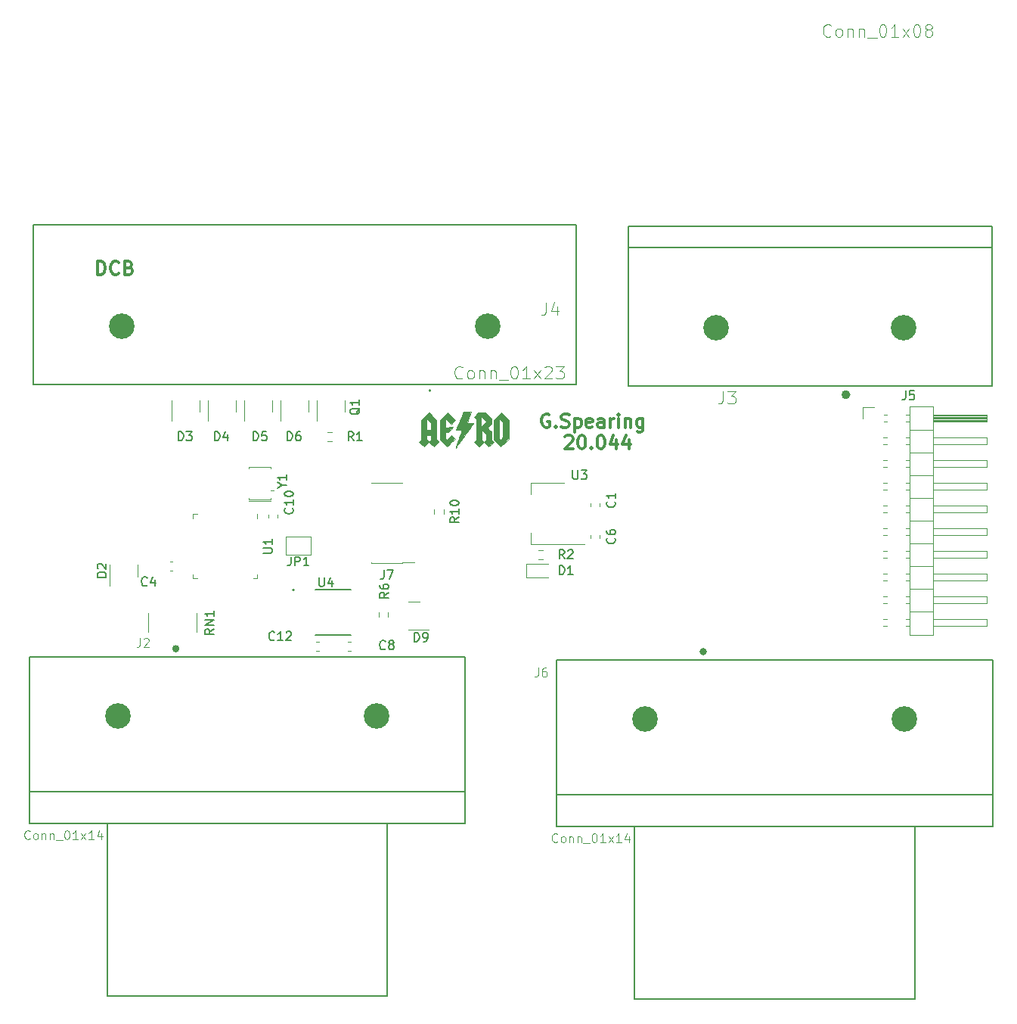
<source format=gbr>
%TF.GenerationSoftware,KiCad,Pcbnew,(6.0.1)*%
%TF.CreationDate,2022-02-14T11:56:50-05:00*%
%TF.ProjectId,driver-control-board,64726976-6572-42d6-936f-6e74726f6c2d,rev?*%
%TF.SameCoordinates,Original*%
%TF.FileFunction,Legend,Top*%
%TF.FilePolarity,Positive*%
%FSLAX46Y46*%
G04 Gerber Fmt 4.6, Leading zero omitted, Abs format (unit mm)*
G04 Created by KiCad (PCBNEW (6.0.1)) date 2022-02-14 11:56:50*
%MOMM*%
%LPD*%
G01*
G04 APERTURE LIST*
%ADD10C,0.300000*%
%ADD11C,0.050000*%
%ADD12C,0.150000*%
%ADD13C,0.127000*%
%ADD14C,0.200000*%
%ADD15C,0.120000*%
%ADD16C,0.500000*%
%ADD17C,0.400000*%
%ADD18C,0.010000*%
%ADD19C,2.850000*%
G04 APERTURE END LIST*
D10*
X65163142Y-79164571D02*
X65163142Y-77664571D01*
X65520285Y-77664571D01*
X65734571Y-77736000D01*
X65877428Y-77878857D01*
X65948857Y-78021714D01*
X66020285Y-78307428D01*
X66020285Y-78521714D01*
X65948857Y-78807428D01*
X65877428Y-78950285D01*
X65734571Y-79093142D01*
X65520285Y-79164571D01*
X65163142Y-79164571D01*
X67520285Y-79021714D02*
X67448857Y-79093142D01*
X67234571Y-79164571D01*
X67091714Y-79164571D01*
X66877428Y-79093142D01*
X66734571Y-78950285D01*
X66663142Y-78807428D01*
X66591714Y-78521714D01*
X66591714Y-78307428D01*
X66663142Y-78021714D01*
X66734571Y-77878857D01*
X66877428Y-77736000D01*
X67091714Y-77664571D01*
X67234571Y-77664571D01*
X67448857Y-77736000D01*
X67520285Y-77807428D01*
X68663142Y-78378857D02*
X68877428Y-78450285D01*
X68948857Y-78521714D01*
X69020285Y-78664571D01*
X69020285Y-78878857D01*
X68948857Y-79021714D01*
X68877428Y-79093142D01*
X68734571Y-79164571D01*
X68163142Y-79164571D01*
X68163142Y-77664571D01*
X68663142Y-77664571D01*
X68806000Y-77736000D01*
X68877428Y-77807428D01*
X68948857Y-77950285D01*
X68948857Y-78093142D01*
X68877428Y-78236000D01*
X68806000Y-78307428D01*
X68663142Y-78378857D01*
X68163142Y-78378857D01*
X115729428Y-94816500D02*
X115586571Y-94745071D01*
X115372285Y-94745071D01*
X115158000Y-94816500D01*
X115015142Y-94959357D01*
X114943714Y-95102214D01*
X114872285Y-95387928D01*
X114872285Y-95602214D01*
X114943714Y-95887928D01*
X115015142Y-96030785D01*
X115158000Y-96173642D01*
X115372285Y-96245071D01*
X115515142Y-96245071D01*
X115729428Y-96173642D01*
X115800857Y-96102214D01*
X115800857Y-95602214D01*
X115515142Y-95602214D01*
X116443714Y-96102214D02*
X116515142Y-96173642D01*
X116443714Y-96245071D01*
X116372285Y-96173642D01*
X116443714Y-96102214D01*
X116443714Y-96245071D01*
X117086571Y-96173642D02*
X117300857Y-96245071D01*
X117658000Y-96245071D01*
X117800857Y-96173642D01*
X117872285Y-96102214D01*
X117943714Y-95959357D01*
X117943714Y-95816500D01*
X117872285Y-95673642D01*
X117800857Y-95602214D01*
X117658000Y-95530785D01*
X117372285Y-95459357D01*
X117229428Y-95387928D01*
X117158000Y-95316500D01*
X117086571Y-95173642D01*
X117086571Y-95030785D01*
X117158000Y-94887928D01*
X117229428Y-94816500D01*
X117372285Y-94745071D01*
X117729428Y-94745071D01*
X117943714Y-94816500D01*
X118586571Y-95245071D02*
X118586571Y-96745071D01*
X118586571Y-95316500D02*
X118729428Y-95245071D01*
X119015142Y-95245071D01*
X119158000Y-95316500D01*
X119229428Y-95387928D01*
X119300857Y-95530785D01*
X119300857Y-95959357D01*
X119229428Y-96102214D01*
X119158000Y-96173642D01*
X119015142Y-96245071D01*
X118729428Y-96245071D01*
X118586571Y-96173642D01*
X120515142Y-96173642D02*
X120372285Y-96245071D01*
X120086571Y-96245071D01*
X119943714Y-96173642D01*
X119872285Y-96030785D01*
X119872285Y-95459357D01*
X119943714Y-95316500D01*
X120086571Y-95245071D01*
X120372285Y-95245071D01*
X120515142Y-95316500D01*
X120586571Y-95459357D01*
X120586571Y-95602214D01*
X119872285Y-95745071D01*
X121872285Y-96245071D02*
X121872285Y-95459357D01*
X121800857Y-95316500D01*
X121658000Y-95245071D01*
X121372285Y-95245071D01*
X121229428Y-95316500D01*
X121872285Y-96173642D02*
X121729428Y-96245071D01*
X121372285Y-96245071D01*
X121229428Y-96173642D01*
X121158000Y-96030785D01*
X121158000Y-95887928D01*
X121229428Y-95745071D01*
X121372285Y-95673642D01*
X121729428Y-95673642D01*
X121872285Y-95602214D01*
X122586571Y-96245071D02*
X122586571Y-95245071D01*
X122586571Y-95530785D02*
X122658000Y-95387928D01*
X122729428Y-95316500D01*
X122872285Y-95245071D01*
X123015142Y-95245071D01*
X123515142Y-96245071D02*
X123515142Y-95245071D01*
X123515142Y-94745071D02*
X123443714Y-94816500D01*
X123515142Y-94887928D01*
X123586571Y-94816500D01*
X123515142Y-94745071D01*
X123515142Y-94887928D01*
X124229428Y-95245071D02*
X124229428Y-96245071D01*
X124229428Y-95387928D02*
X124300857Y-95316500D01*
X124443714Y-95245071D01*
X124658000Y-95245071D01*
X124800857Y-95316500D01*
X124872285Y-95459357D01*
X124872285Y-96245071D01*
X126229428Y-95245071D02*
X126229428Y-96459357D01*
X126158000Y-96602214D01*
X126086571Y-96673642D01*
X125943714Y-96745071D01*
X125729428Y-96745071D01*
X125586571Y-96673642D01*
X126229428Y-96173642D02*
X126086571Y-96245071D01*
X125800857Y-96245071D01*
X125658000Y-96173642D01*
X125586571Y-96102214D01*
X125515142Y-95959357D01*
X125515142Y-95530785D01*
X125586571Y-95387928D01*
X125658000Y-95316500D01*
X125800857Y-95245071D01*
X126086571Y-95245071D01*
X126229428Y-95316500D01*
X117515142Y-97302928D02*
X117586571Y-97231500D01*
X117729428Y-97160071D01*
X118086571Y-97160071D01*
X118229428Y-97231500D01*
X118300857Y-97302928D01*
X118372285Y-97445785D01*
X118372285Y-97588642D01*
X118300857Y-97802928D01*
X117443714Y-98660071D01*
X118372285Y-98660071D01*
X119300857Y-97160071D02*
X119443714Y-97160071D01*
X119586571Y-97231500D01*
X119658000Y-97302928D01*
X119729428Y-97445785D01*
X119800857Y-97731500D01*
X119800857Y-98088642D01*
X119729428Y-98374357D01*
X119658000Y-98517214D01*
X119586571Y-98588642D01*
X119443714Y-98660071D01*
X119300857Y-98660071D01*
X119158000Y-98588642D01*
X119086571Y-98517214D01*
X119015142Y-98374357D01*
X118943714Y-98088642D01*
X118943714Y-97731500D01*
X119015142Y-97445785D01*
X119086571Y-97302928D01*
X119158000Y-97231500D01*
X119300857Y-97160071D01*
X120443714Y-98517214D02*
X120515142Y-98588642D01*
X120443714Y-98660071D01*
X120372285Y-98588642D01*
X120443714Y-98517214D01*
X120443714Y-98660071D01*
X121443714Y-97160071D02*
X121586571Y-97160071D01*
X121729428Y-97231500D01*
X121800857Y-97302928D01*
X121872285Y-97445785D01*
X121943714Y-97731500D01*
X121943714Y-98088642D01*
X121872285Y-98374357D01*
X121800857Y-98517214D01*
X121729428Y-98588642D01*
X121586571Y-98660071D01*
X121443714Y-98660071D01*
X121300857Y-98588642D01*
X121229428Y-98517214D01*
X121158000Y-98374357D01*
X121086571Y-98088642D01*
X121086571Y-97731500D01*
X121158000Y-97445785D01*
X121229428Y-97302928D01*
X121300857Y-97231500D01*
X121443714Y-97160071D01*
X123229428Y-97660071D02*
X123229428Y-98660071D01*
X122872285Y-97088642D02*
X122515142Y-98160071D01*
X123443714Y-98160071D01*
X124658000Y-97660071D02*
X124658000Y-98660071D01*
X124300857Y-97088642D02*
X123943714Y-98160071D01*
X124872285Y-98160071D01*
D11*
%TO.C,J4*%
X115356933Y-82290676D02*
X115356933Y-83291533D01*
X115290209Y-83491704D01*
X115156761Y-83625152D01*
X114956590Y-83691876D01*
X114823142Y-83691876D01*
X116624685Y-82757742D02*
X116624685Y-83691876D01*
X116291066Y-82223952D02*
X115957447Y-83224809D01*
X116824857Y-83224809D01*
X106010405Y-90670789D02*
X105943633Y-90737561D01*
X105743317Y-90804333D01*
X105609774Y-90804333D01*
X105409458Y-90737561D01*
X105275914Y-90604017D01*
X105209142Y-90470473D01*
X105142370Y-90203385D01*
X105142370Y-90003070D01*
X105209142Y-89735982D01*
X105275914Y-89602438D01*
X105409458Y-89468895D01*
X105609774Y-89402123D01*
X105743317Y-89402123D01*
X105943633Y-89468895D01*
X106010405Y-89535666D01*
X106811668Y-90804333D02*
X106678124Y-90737561D01*
X106611352Y-90670789D01*
X106544580Y-90537245D01*
X106544580Y-90136614D01*
X106611352Y-90003070D01*
X106678124Y-89936298D01*
X106811668Y-89869526D01*
X107011984Y-89869526D01*
X107145527Y-89936298D01*
X107212299Y-90003070D01*
X107279071Y-90136614D01*
X107279071Y-90537245D01*
X107212299Y-90670789D01*
X107145527Y-90737561D01*
X107011984Y-90804333D01*
X106811668Y-90804333D01*
X107880018Y-89869526D02*
X107880018Y-90804333D01*
X107880018Y-90003070D02*
X107946790Y-89936298D01*
X108080334Y-89869526D01*
X108280650Y-89869526D01*
X108414194Y-89936298D01*
X108480965Y-90069842D01*
X108480965Y-90804333D01*
X109148685Y-89869526D02*
X109148685Y-90804333D01*
X109148685Y-90003070D02*
X109215456Y-89936298D01*
X109349000Y-89869526D01*
X109549316Y-89869526D01*
X109682860Y-89936298D01*
X109749632Y-90069842D01*
X109749632Y-90804333D01*
X110083491Y-90937876D02*
X111151842Y-90937876D01*
X111752789Y-89402123D02*
X111886333Y-89402123D01*
X112019876Y-89468895D01*
X112086648Y-89535666D01*
X112153420Y-89669210D01*
X112220192Y-89936298D01*
X112220192Y-90270157D01*
X112153420Y-90537245D01*
X112086648Y-90670789D01*
X112019876Y-90737561D01*
X111886333Y-90804333D01*
X111752789Y-90804333D01*
X111619245Y-90737561D01*
X111552473Y-90670789D01*
X111485701Y-90537245D01*
X111418929Y-90270157D01*
X111418929Y-89936298D01*
X111485701Y-89669210D01*
X111552473Y-89535666D01*
X111619245Y-89468895D01*
X111752789Y-89402123D01*
X113555630Y-90804333D02*
X112754367Y-90804333D01*
X113154999Y-90804333D02*
X113154999Y-89402123D01*
X113021455Y-89602438D01*
X112887911Y-89735982D01*
X112754367Y-89802754D01*
X114023034Y-90804333D02*
X114757525Y-89869526D01*
X114023034Y-89869526D02*
X114757525Y-90804333D01*
X115224928Y-89535666D02*
X115291700Y-89468895D01*
X115425244Y-89402123D01*
X115759103Y-89402123D01*
X115892647Y-89468895D01*
X115959419Y-89535666D01*
X116026191Y-89669210D01*
X116026191Y-89802754D01*
X115959419Y-90003070D01*
X115158156Y-90804333D01*
X116026191Y-90804333D01*
X116493594Y-89402123D02*
X117361629Y-89402123D01*
X116894225Y-89936298D01*
X117094541Y-89936298D01*
X117228085Y-90003070D01*
X117294857Y-90069842D01*
X117361629Y-90203385D01*
X117361629Y-90537245D01*
X117294857Y-90670789D01*
X117228085Y-90737561D01*
X117094541Y-90804333D01*
X116693910Y-90804333D01*
X116560366Y-90737561D01*
X116493594Y-90670789D01*
D12*
%TO.C,C12*%
X84955142Y-119991142D02*
X84907523Y-120038761D01*
X84764666Y-120086380D01*
X84669428Y-120086380D01*
X84526571Y-120038761D01*
X84431333Y-119943523D01*
X84383714Y-119848285D01*
X84336095Y-119657809D01*
X84336095Y-119514952D01*
X84383714Y-119324476D01*
X84431333Y-119229238D01*
X84526571Y-119134000D01*
X84669428Y-119086380D01*
X84764666Y-119086380D01*
X84907523Y-119134000D01*
X84955142Y-119181619D01*
X85907523Y-120086380D02*
X85336095Y-120086380D01*
X85621809Y-120086380D02*
X85621809Y-119086380D01*
X85526571Y-119229238D01*
X85431333Y-119324476D01*
X85336095Y-119372095D01*
X86288476Y-119181619D02*
X86336095Y-119134000D01*
X86431333Y-119086380D01*
X86669428Y-119086380D01*
X86764666Y-119134000D01*
X86812285Y-119181619D01*
X86859904Y-119276857D01*
X86859904Y-119372095D01*
X86812285Y-119514952D01*
X86240857Y-120086380D01*
X86859904Y-120086380D01*
%TO.C,R6*%
X97734380Y-114720666D02*
X97258190Y-115054000D01*
X97734380Y-115292095D02*
X96734380Y-115292095D01*
X96734380Y-114911142D01*
X96782000Y-114815904D01*
X96829619Y-114768285D01*
X96924857Y-114720666D01*
X97067714Y-114720666D01*
X97162952Y-114768285D01*
X97210571Y-114815904D01*
X97258190Y-114911142D01*
X97258190Y-115292095D01*
X96734380Y-113863523D02*
X96734380Y-114054000D01*
X96782000Y-114149238D01*
X96829619Y-114196857D01*
X96972476Y-114292095D01*
X97162952Y-114339714D01*
X97543904Y-114339714D01*
X97639142Y-114292095D01*
X97686761Y-114244476D01*
X97734380Y-114149238D01*
X97734380Y-113958761D01*
X97686761Y-113863523D01*
X97639142Y-113815904D01*
X97543904Y-113768285D01*
X97305809Y-113768285D01*
X97210571Y-113815904D01*
X97162952Y-113863523D01*
X97115333Y-113958761D01*
X97115333Y-114149238D01*
X97162952Y-114244476D01*
X97210571Y-114292095D01*
X97305809Y-114339714D01*
%TO.C,R1*%
X93813333Y-97734380D02*
X93480000Y-97258190D01*
X93241904Y-97734380D02*
X93241904Y-96734380D01*
X93622857Y-96734380D01*
X93718095Y-96782000D01*
X93765714Y-96829619D01*
X93813333Y-96924857D01*
X93813333Y-97067714D01*
X93765714Y-97162952D01*
X93718095Y-97210571D01*
X93622857Y-97258190D01*
X93241904Y-97258190D01*
X94765714Y-97734380D02*
X94194285Y-97734380D01*
X94480000Y-97734380D02*
X94480000Y-96734380D01*
X94384761Y-96877238D01*
X94289523Y-96972476D01*
X94194285Y-97020095D01*
%TO.C,C8*%
X97369333Y-121007142D02*
X97321714Y-121054761D01*
X97178857Y-121102380D01*
X97083619Y-121102380D01*
X96940761Y-121054761D01*
X96845523Y-120959523D01*
X96797904Y-120864285D01*
X96750285Y-120673809D01*
X96750285Y-120530952D01*
X96797904Y-120340476D01*
X96845523Y-120245238D01*
X96940761Y-120150000D01*
X97083619Y-120102380D01*
X97178857Y-120102380D01*
X97321714Y-120150000D01*
X97369333Y-120197619D01*
X97940761Y-120530952D02*
X97845523Y-120483333D01*
X97797904Y-120435714D01*
X97750285Y-120340476D01*
X97750285Y-120292857D01*
X97797904Y-120197619D01*
X97845523Y-120150000D01*
X97940761Y-120102380D01*
X98131238Y-120102380D01*
X98226476Y-120150000D01*
X98274095Y-120197619D01*
X98321714Y-120292857D01*
X98321714Y-120340476D01*
X98274095Y-120435714D01*
X98226476Y-120483333D01*
X98131238Y-120530952D01*
X97940761Y-120530952D01*
X97845523Y-120578571D01*
X97797904Y-120626190D01*
X97750285Y-120721428D01*
X97750285Y-120911904D01*
X97797904Y-121007142D01*
X97845523Y-121054761D01*
X97940761Y-121102380D01*
X98131238Y-121102380D01*
X98226476Y-121054761D01*
X98274095Y-121007142D01*
X98321714Y-120911904D01*
X98321714Y-120721428D01*
X98274095Y-120626190D01*
X98226476Y-120578571D01*
X98131238Y-120530952D01*
D11*
%TO.C,J3*%
X135169063Y-92196889D02*
X135169063Y-93197468D01*
X135102358Y-93397584D01*
X134968947Y-93530994D01*
X134768831Y-93597699D01*
X134635421Y-93597699D01*
X135702705Y-92196889D02*
X136569873Y-92196889D01*
X136102936Y-92730531D01*
X136303052Y-92730531D01*
X136436462Y-92797236D01*
X136503168Y-92863942D01*
X136569873Y-92997352D01*
X136569873Y-93330878D01*
X136503168Y-93464289D01*
X136436462Y-93530994D01*
X136303052Y-93597699D01*
X135902820Y-93597699D01*
X135769410Y-93530994D01*
X135702705Y-93464289D01*
X147273489Y-52424535D02*
X147206711Y-52491313D01*
X147006377Y-52558091D01*
X146872820Y-52558091D01*
X146672486Y-52491313D01*
X146538930Y-52357757D01*
X146472152Y-52224201D01*
X146405374Y-51957089D01*
X146405374Y-51756754D01*
X146472152Y-51489642D01*
X146538930Y-51356086D01*
X146672486Y-51222530D01*
X146872820Y-51155751D01*
X147006377Y-51155751D01*
X147206711Y-51222530D01*
X147273489Y-51289308D01*
X148074826Y-52558091D02*
X147941270Y-52491313D01*
X147874492Y-52424535D01*
X147807714Y-52290979D01*
X147807714Y-51890310D01*
X147874492Y-51756754D01*
X147941270Y-51689976D01*
X148074826Y-51623198D01*
X148275160Y-51623198D01*
X148408717Y-51689976D01*
X148475495Y-51756754D01*
X148542273Y-51890310D01*
X148542273Y-52290979D01*
X148475495Y-52424535D01*
X148408717Y-52491313D01*
X148275160Y-52558091D01*
X148074826Y-52558091D01*
X149143276Y-51623198D02*
X149143276Y-52558091D01*
X149143276Y-51756754D02*
X149210054Y-51689976D01*
X149343610Y-51623198D01*
X149543944Y-51623198D01*
X149677500Y-51689976D01*
X149744279Y-51823532D01*
X149744279Y-52558091D01*
X150412060Y-51623198D02*
X150412060Y-52558091D01*
X150412060Y-51756754D02*
X150478838Y-51689976D01*
X150612394Y-51623198D01*
X150812728Y-51623198D01*
X150946284Y-51689976D01*
X151013062Y-51823532D01*
X151013062Y-52558091D01*
X151346953Y-52691648D02*
X152415402Y-52691648D01*
X153016405Y-51155751D02*
X153149961Y-51155751D01*
X153283518Y-51222530D01*
X153350296Y-51289308D01*
X153417074Y-51422864D01*
X153483852Y-51689976D01*
X153483852Y-52023867D01*
X153417074Y-52290979D01*
X153350296Y-52424535D01*
X153283518Y-52491313D01*
X153149961Y-52558091D01*
X153016405Y-52558091D01*
X152882849Y-52491313D01*
X152816071Y-52424535D01*
X152749293Y-52290979D01*
X152682515Y-52023867D01*
X152682515Y-51689976D01*
X152749293Y-51422864D01*
X152816071Y-51289308D01*
X152882849Y-51222530D01*
X153016405Y-51155751D01*
X154819414Y-52558091D02*
X154018077Y-52558091D01*
X154418745Y-52558091D02*
X154418745Y-51155751D01*
X154285189Y-51356086D01*
X154151633Y-51489642D01*
X154018077Y-51556420D01*
X155286860Y-52558091D02*
X156021420Y-51623198D01*
X155286860Y-51623198D02*
X156021420Y-52558091D01*
X156822757Y-51155751D02*
X156956313Y-51155751D01*
X157089869Y-51222530D01*
X157156647Y-51289308D01*
X157223425Y-51422864D01*
X157290203Y-51689976D01*
X157290203Y-52023867D01*
X157223425Y-52290979D01*
X157156647Y-52424535D01*
X157089869Y-52491313D01*
X156956313Y-52558091D01*
X156822757Y-52558091D01*
X156689200Y-52491313D01*
X156622422Y-52424535D01*
X156555644Y-52290979D01*
X156488866Y-52023867D01*
X156488866Y-51689976D01*
X156555644Y-51422864D01*
X156622422Y-51289308D01*
X156689200Y-51222530D01*
X156822757Y-51155751D01*
X158091540Y-51756754D02*
X157957984Y-51689976D01*
X157891206Y-51623198D01*
X157824428Y-51489642D01*
X157824428Y-51422864D01*
X157891206Y-51289308D01*
X157957984Y-51222530D01*
X158091540Y-51155751D01*
X158358653Y-51155751D01*
X158492209Y-51222530D01*
X158558987Y-51289308D01*
X158625765Y-51422864D01*
X158625765Y-51489642D01*
X158558987Y-51623198D01*
X158492209Y-51689976D01*
X158358653Y-51756754D01*
X158091540Y-51756754D01*
X157957984Y-51823532D01*
X157891206Y-51890310D01*
X157824428Y-52023867D01*
X157824428Y-52290979D01*
X157891206Y-52424535D01*
X157957984Y-52491313D01*
X158091540Y-52558091D01*
X158358653Y-52558091D01*
X158492209Y-52491313D01*
X158558987Y-52424535D01*
X158625765Y-52290979D01*
X158625765Y-52023867D01*
X158558987Y-51890310D01*
X158492209Y-51823532D01*
X158358653Y-51756754D01*
D12*
%TO.C,U1*%
X83711580Y-110320604D02*
X84521104Y-110320604D01*
X84616342Y-110272985D01*
X84663961Y-110225366D01*
X84711580Y-110130128D01*
X84711580Y-109939652D01*
X84663961Y-109844414D01*
X84616342Y-109796795D01*
X84521104Y-109749176D01*
X83711580Y-109749176D01*
X84711580Y-108749176D02*
X84711580Y-109320604D01*
X84711580Y-109034890D02*
X83711580Y-109034890D01*
X83854438Y-109130128D01*
X83949676Y-109225366D01*
X83997295Y-109320604D01*
%TO.C,U4*%
X89957095Y-113061980D02*
X89957095Y-113871504D01*
X90004714Y-113966742D01*
X90052333Y-114014361D01*
X90147571Y-114061980D01*
X90338047Y-114061980D01*
X90433285Y-114014361D01*
X90480904Y-113966742D01*
X90528523Y-113871504D01*
X90528523Y-113061980D01*
X91433285Y-113395314D02*
X91433285Y-114061980D01*
X91195190Y-113014361D02*
X90957095Y-113728647D01*
X91576142Y-113728647D01*
%TO.C,C1*%
X123039142Y-104560666D02*
X123086761Y-104608285D01*
X123134380Y-104751142D01*
X123134380Y-104846380D01*
X123086761Y-104989238D01*
X122991523Y-105084476D01*
X122896285Y-105132095D01*
X122705809Y-105179714D01*
X122562952Y-105179714D01*
X122372476Y-105132095D01*
X122277238Y-105084476D01*
X122182000Y-104989238D01*
X122134380Y-104846380D01*
X122134380Y-104751142D01*
X122182000Y-104608285D01*
X122229619Y-104560666D01*
X123134380Y-103608285D02*
X123134380Y-104179714D01*
X123134380Y-103894000D02*
X122134380Y-103894000D01*
X122277238Y-103989238D01*
X122372476Y-104084476D01*
X122420095Y-104179714D01*
%TO.C,RN1*%
X78176380Y-118800476D02*
X77700190Y-119133809D01*
X78176380Y-119371904D02*
X77176380Y-119371904D01*
X77176380Y-118990952D01*
X77224000Y-118895714D01*
X77271619Y-118848095D01*
X77366857Y-118800476D01*
X77509714Y-118800476D01*
X77604952Y-118848095D01*
X77652571Y-118895714D01*
X77700190Y-118990952D01*
X77700190Y-119371904D01*
X78176380Y-118371904D02*
X77176380Y-118371904D01*
X78176380Y-117800476D01*
X77176380Y-117800476D01*
X78176380Y-116800476D02*
X78176380Y-117371904D01*
X78176380Y-117086190D02*
X77176380Y-117086190D01*
X77319238Y-117181428D01*
X77414476Y-117276666D01*
X77462095Y-117371904D01*
%TO.C,Q1*%
X94527619Y-94075238D02*
X94480000Y-94170476D01*
X94384761Y-94265714D01*
X94241904Y-94408571D01*
X94194285Y-94503809D01*
X94194285Y-94599047D01*
X94432380Y-94551428D02*
X94384761Y-94646666D01*
X94289523Y-94741904D01*
X94099047Y-94789523D01*
X93765714Y-94789523D01*
X93575238Y-94741904D01*
X93480000Y-94646666D01*
X93432380Y-94551428D01*
X93432380Y-94360952D01*
X93480000Y-94265714D01*
X93575238Y-94170476D01*
X93765714Y-94122857D01*
X94099047Y-94122857D01*
X94289523Y-94170476D01*
X94384761Y-94265714D01*
X94432380Y-94360952D01*
X94432380Y-94551428D01*
X94432380Y-93170476D02*
X94432380Y-93741904D01*
X94432380Y-93456190D02*
X93432380Y-93456190D01*
X93575238Y-93551428D01*
X93670476Y-93646666D01*
X93718095Y-93741904D01*
D11*
%TO.C,J6*%
X114474020Y-123149318D02*
X114474020Y-123864990D01*
X114426308Y-124008124D01*
X114330885Y-124103547D01*
X114187751Y-124151258D01*
X114092328Y-124151258D01*
X115380537Y-123149318D02*
X115189691Y-123149318D01*
X115094268Y-123197030D01*
X115046557Y-123244741D01*
X114951134Y-123387875D01*
X114903422Y-123578721D01*
X114903422Y-123960412D01*
X114951134Y-124055835D01*
X114998845Y-124103547D01*
X115094268Y-124151258D01*
X115285114Y-124151258D01*
X115380537Y-124103547D01*
X115428248Y-124055835D01*
X115475960Y-123960412D01*
X115475960Y-123721855D01*
X115428248Y-123626432D01*
X115380537Y-123578721D01*
X115285114Y-123531010D01*
X115094268Y-123531010D01*
X114998845Y-123578721D01*
X114951134Y-123626432D01*
X114903422Y-123721855D01*
X116643311Y-142583542D02*
X116595665Y-142631188D01*
X116452728Y-142678834D01*
X116357437Y-142678834D01*
X116214500Y-142631188D01*
X116119208Y-142535897D01*
X116071562Y-142440605D01*
X116023917Y-142250022D01*
X116023917Y-142107085D01*
X116071562Y-141916502D01*
X116119208Y-141821211D01*
X116214500Y-141725920D01*
X116357437Y-141678274D01*
X116452728Y-141678274D01*
X116595665Y-141725920D01*
X116643311Y-141773565D01*
X117215060Y-142678834D02*
X117119768Y-142631188D01*
X117072122Y-142583542D01*
X117024477Y-142488251D01*
X117024477Y-142202377D01*
X117072122Y-142107085D01*
X117119768Y-142059440D01*
X117215060Y-142011794D01*
X117357997Y-142011794D01*
X117453288Y-142059440D01*
X117500934Y-142107085D01*
X117548580Y-142202377D01*
X117548580Y-142488251D01*
X117500934Y-142583542D01*
X117453288Y-142631188D01*
X117357997Y-142678834D01*
X117215060Y-142678834D01*
X117977391Y-142011794D02*
X117977391Y-142678834D01*
X117977391Y-142107085D02*
X118025037Y-142059440D01*
X118120328Y-142011794D01*
X118263265Y-142011794D01*
X118358557Y-142059440D01*
X118406202Y-142154731D01*
X118406202Y-142678834D01*
X118882660Y-142011794D02*
X118882660Y-142678834D01*
X118882660Y-142107085D02*
X118930305Y-142059440D01*
X119025597Y-142011794D01*
X119168534Y-142011794D01*
X119263825Y-142059440D01*
X119311471Y-142154731D01*
X119311471Y-142678834D01*
X119549700Y-142774125D02*
X120312031Y-142774125D01*
X120740842Y-141678274D02*
X120836134Y-141678274D01*
X120931425Y-141725920D01*
X120979071Y-141773565D01*
X121026717Y-141868857D01*
X121074362Y-142059440D01*
X121074362Y-142297668D01*
X121026717Y-142488251D01*
X120979071Y-142583542D01*
X120931425Y-142631188D01*
X120836134Y-142678834D01*
X120740842Y-142678834D01*
X120645551Y-142631188D01*
X120597905Y-142583542D01*
X120550260Y-142488251D01*
X120502614Y-142297668D01*
X120502614Y-142059440D01*
X120550260Y-141868857D01*
X120597905Y-141773565D01*
X120645551Y-141725920D01*
X120740842Y-141678274D01*
X122027277Y-142678834D02*
X121455528Y-142678834D01*
X121741402Y-142678834D02*
X121741402Y-141678274D01*
X121646111Y-141821211D01*
X121550820Y-141916502D01*
X121455528Y-141964148D01*
X122360797Y-142678834D02*
X122884900Y-142011794D01*
X122360797Y-142011794D02*
X122884900Y-142678834D01*
X123790168Y-142678834D02*
X123218420Y-142678834D01*
X123504294Y-142678834D02*
X123504294Y-141678274D01*
X123409002Y-141821211D01*
X123313711Y-141916502D01*
X123218420Y-141964148D01*
X124647791Y-142011794D02*
X124647791Y-142678834D01*
X124409562Y-141630628D02*
X124171334Y-142345314D01*
X124790728Y-142345314D01*
D12*
%TO.C,C6*%
X123039142Y-108624666D02*
X123086761Y-108672285D01*
X123134380Y-108815142D01*
X123134380Y-108910380D01*
X123086761Y-109053238D01*
X122991523Y-109148476D01*
X122896285Y-109196095D01*
X122705809Y-109243714D01*
X122562952Y-109243714D01*
X122372476Y-109196095D01*
X122277238Y-109148476D01*
X122182000Y-109053238D01*
X122134380Y-108910380D01*
X122134380Y-108815142D01*
X122182000Y-108672285D01*
X122229619Y-108624666D01*
X122134380Y-107767523D02*
X122134380Y-107958000D01*
X122182000Y-108053238D01*
X122229619Y-108100857D01*
X122372476Y-108196095D01*
X122562952Y-108243714D01*
X122943904Y-108243714D01*
X123039142Y-108196095D01*
X123086761Y-108148476D01*
X123134380Y-108053238D01*
X123134380Y-107862761D01*
X123086761Y-107767523D01*
X123039142Y-107719904D01*
X122943904Y-107672285D01*
X122705809Y-107672285D01*
X122610571Y-107719904D01*
X122562952Y-107767523D01*
X122515333Y-107862761D01*
X122515333Y-108053238D01*
X122562952Y-108148476D01*
X122610571Y-108196095D01*
X122705809Y-108243714D01*
%TO.C,JP1*%
X86796666Y-110726380D02*
X86796666Y-111440666D01*
X86749047Y-111583523D01*
X86653809Y-111678761D01*
X86510952Y-111726380D01*
X86415714Y-111726380D01*
X87272857Y-111726380D02*
X87272857Y-110726380D01*
X87653809Y-110726380D01*
X87749047Y-110774000D01*
X87796666Y-110821619D01*
X87844285Y-110916857D01*
X87844285Y-111059714D01*
X87796666Y-111154952D01*
X87749047Y-111202571D01*
X87653809Y-111250190D01*
X87272857Y-111250190D01*
X88796666Y-111726380D02*
X88225238Y-111726380D01*
X88510952Y-111726380D02*
X88510952Y-110726380D01*
X88415714Y-110869238D01*
X88320476Y-110964476D01*
X88225238Y-111012095D01*
%TO.C,R2*%
X117435333Y-110942380D02*
X117102000Y-110466190D01*
X116863904Y-110942380D02*
X116863904Y-109942380D01*
X117244857Y-109942380D01*
X117340095Y-109990000D01*
X117387714Y-110037619D01*
X117435333Y-110132857D01*
X117435333Y-110275714D01*
X117387714Y-110370952D01*
X117340095Y-110418571D01*
X117244857Y-110466190D01*
X116863904Y-110466190D01*
X117816285Y-110037619D02*
X117863904Y-109990000D01*
X117959142Y-109942380D01*
X118197238Y-109942380D01*
X118292476Y-109990000D01*
X118340095Y-110037619D01*
X118387714Y-110132857D01*
X118387714Y-110228095D01*
X118340095Y-110370952D01*
X117768666Y-110942380D01*
X118387714Y-110942380D01*
%TO.C,C4*%
X70699333Y-113895142D02*
X70651714Y-113942761D01*
X70508857Y-113990380D01*
X70413619Y-113990380D01*
X70270761Y-113942761D01*
X70175523Y-113847523D01*
X70127904Y-113752285D01*
X70080285Y-113561809D01*
X70080285Y-113418952D01*
X70127904Y-113228476D01*
X70175523Y-113133238D01*
X70270761Y-113038000D01*
X70413619Y-112990380D01*
X70508857Y-112990380D01*
X70651714Y-113038000D01*
X70699333Y-113085619D01*
X71556476Y-113323714D02*
X71556476Y-113990380D01*
X71318380Y-112942761D02*
X71080285Y-113657047D01*
X71699333Y-113657047D01*
D11*
%TO.C,J2*%
X69897020Y-119847318D02*
X69897020Y-120562990D01*
X69849308Y-120706124D01*
X69753885Y-120801547D01*
X69610751Y-120849258D01*
X69515328Y-120849258D01*
X70326422Y-119942741D02*
X70374134Y-119895030D01*
X70469557Y-119847318D01*
X70708114Y-119847318D01*
X70803537Y-119895030D01*
X70851248Y-119942741D01*
X70898960Y-120038164D01*
X70898960Y-120133587D01*
X70851248Y-120276721D01*
X70278711Y-120849258D01*
X70898960Y-120849258D01*
X57588311Y-142246042D02*
X57540665Y-142293688D01*
X57397728Y-142341334D01*
X57302437Y-142341334D01*
X57159500Y-142293688D01*
X57064208Y-142198397D01*
X57016562Y-142103105D01*
X56968917Y-141912522D01*
X56968917Y-141769585D01*
X57016562Y-141579002D01*
X57064208Y-141483711D01*
X57159500Y-141388420D01*
X57302437Y-141340774D01*
X57397728Y-141340774D01*
X57540665Y-141388420D01*
X57588311Y-141436065D01*
X58160060Y-142341334D02*
X58064768Y-142293688D01*
X58017122Y-142246042D01*
X57969477Y-142150751D01*
X57969477Y-141864877D01*
X58017122Y-141769585D01*
X58064768Y-141721940D01*
X58160060Y-141674294D01*
X58302997Y-141674294D01*
X58398288Y-141721940D01*
X58445934Y-141769585D01*
X58493580Y-141864877D01*
X58493580Y-142150751D01*
X58445934Y-142246042D01*
X58398288Y-142293688D01*
X58302997Y-142341334D01*
X58160060Y-142341334D01*
X58922391Y-141674294D02*
X58922391Y-142341334D01*
X58922391Y-141769585D02*
X58970037Y-141721940D01*
X59065328Y-141674294D01*
X59208265Y-141674294D01*
X59303557Y-141721940D01*
X59351202Y-141817231D01*
X59351202Y-142341334D01*
X59827660Y-141674294D02*
X59827660Y-142341334D01*
X59827660Y-141769585D02*
X59875305Y-141721940D01*
X59970597Y-141674294D01*
X60113534Y-141674294D01*
X60208825Y-141721940D01*
X60256471Y-141817231D01*
X60256471Y-142341334D01*
X60494700Y-142436625D02*
X61257031Y-142436625D01*
X61685842Y-141340774D02*
X61781134Y-141340774D01*
X61876425Y-141388420D01*
X61924071Y-141436065D01*
X61971717Y-141531357D01*
X62019362Y-141721940D01*
X62019362Y-141960168D01*
X61971717Y-142150751D01*
X61924071Y-142246042D01*
X61876425Y-142293688D01*
X61781134Y-142341334D01*
X61685842Y-142341334D01*
X61590551Y-142293688D01*
X61542905Y-142246042D01*
X61495260Y-142150751D01*
X61447614Y-141960168D01*
X61447614Y-141721940D01*
X61495260Y-141531357D01*
X61542905Y-141436065D01*
X61590551Y-141388420D01*
X61685842Y-141340774D01*
X62972277Y-142341334D02*
X62400528Y-142341334D01*
X62686402Y-142341334D02*
X62686402Y-141340774D01*
X62591111Y-141483711D01*
X62495820Y-141579002D01*
X62400528Y-141626648D01*
X63305797Y-142341334D02*
X63829900Y-141674294D01*
X63305797Y-141674294D02*
X63829900Y-142341334D01*
X64735168Y-142341334D02*
X64163420Y-142341334D01*
X64449294Y-142341334D02*
X64449294Y-141340774D01*
X64354002Y-141483711D01*
X64258711Y-141579002D01*
X64163420Y-141626648D01*
X65592791Y-141674294D02*
X65592791Y-142341334D01*
X65354562Y-141293128D02*
X65116334Y-142007814D01*
X65735728Y-142007814D01*
D12*
%TO.C,U3*%
X118364095Y-101052380D02*
X118364095Y-101861904D01*
X118411714Y-101957142D01*
X118459333Y-102004761D01*
X118554571Y-102052380D01*
X118745047Y-102052380D01*
X118840285Y-102004761D01*
X118887904Y-101957142D01*
X118935523Y-101861904D01*
X118935523Y-101052380D01*
X119316476Y-101052380D02*
X119935523Y-101052380D01*
X119602190Y-101433333D01*
X119745047Y-101433333D01*
X119840285Y-101480952D01*
X119887904Y-101528571D01*
X119935523Y-101623809D01*
X119935523Y-101861904D01*
X119887904Y-101957142D01*
X119840285Y-102004761D01*
X119745047Y-102052380D01*
X119459333Y-102052380D01*
X119364095Y-102004761D01*
X119316476Y-101957142D01*
%TO.C,J5*%
X155622666Y-92162380D02*
X155622666Y-92876666D01*
X155575047Y-93019523D01*
X155479809Y-93114761D01*
X155336952Y-93162380D01*
X155241714Y-93162380D01*
X156575047Y-92162380D02*
X156098857Y-92162380D01*
X156051238Y-92638571D01*
X156098857Y-92590952D01*
X156194095Y-92543333D01*
X156432190Y-92543333D01*
X156527428Y-92590952D01*
X156575047Y-92638571D01*
X156622666Y-92733809D01*
X156622666Y-92971904D01*
X156575047Y-93067142D01*
X156527428Y-93114761D01*
X156432190Y-93162380D01*
X156194095Y-93162380D01*
X156098857Y-93114761D01*
X156051238Y-93067142D01*
%TO.C,D1*%
X116863904Y-112720380D02*
X116863904Y-111720380D01*
X117102000Y-111720380D01*
X117244857Y-111768000D01*
X117340095Y-111863238D01*
X117387714Y-111958476D01*
X117435333Y-112148952D01*
X117435333Y-112291809D01*
X117387714Y-112482285D01*
X117340095Y-112577523D01*
X117244857Y-112672761D01*
X117102000Y-112720380D01*
X116863904Y-112720380D01*
X118387714Y-112720380D02*
X117816285Y-112720380D01*
X118102000Y-112720380D02*
X118102000Y-111720380D01*
X118006761Y-111863238D01*
X117911523Y-111958476D01*
X117816285Y-112006095D01*
%TO.C,D6*%
X86383904Y-97734380D02*
X86383904Y-96734380D01*
X86622000Y-96734380D01*
X86764857Y-96782000D01*
X86860095Y-96877238D01*
X86907714Y-96972476D01*
X86955333Y-97162952D01*
X86955333Y-97305809D01*
X86907714Y-97496285D01*
X86860095Y-97591523D01*
X86764857Y-97686761D01*
X86622000Y-97734380D01*
X86383904Y-97734380D01*
X87812476Y-96734380D02*
X87622000Y-96734380D01*
X87526761Y-96782000D01*
X87479142Y-96829619D01*
X87383904Y-96972476D01*
X87336285Y-97162952D01*
X87336285Y-97543904D01*
X87383904Y-97639142D01*
X87431523Y-97686761D01*
X87526761Y-97734380D01*
X87717238Y-97734380D01*
X87812476Y-97686761D01*
X87860095Y-97639142D01*
X87907714Y-97543904D01*
X87907714Y-97305809D01*
X87860095Y-97210571D01*
X87812476Y-97162952D01*
X87717238Y-97115333D01*
X87526761Y-97115333D01*
X87431523Y-97162952D01*
X87383904Y-97210571D01*
X87336285Y-97305809D01*
%TO.C,D4*%
X78255904Y-97734380D02*
X78255904Y-96734380D01*
X78494000Y-96734380D01*
X78636857Y-96782000D01*
X78732095Y-96877238D01*
X78779714Y-96972476D01*
X78827333Y-97162952D01*
X78827333Y-97305809D01*
X78779714Y-97496285D01*
X78732095Y-97591523D01*
X78636857Y-97686761D01*
X78494000Y-97734380D01*
X78255904Y-97734380D01*
X79684476Y-97067714D02*
X79684476Y-97734380D01*
X79446380Y-96686761D02*
X79208285Y-97401047D01*
X79827333Y-97401047D01*
%TO.C,D9*%
X100607904Y-120200380D02*
X100607904Y-119200380D01*
X100846000Y-119200380D01*
X100988857Y-119248000D01*
X101084095Y-119343238D01*
X101131714Y-119438476D01*
X101179333Y-119628952D01*
X101179333Y-119771809D01*
X101131714Y-119962285D01*
X101084095Y-120057523D01*
X100988857Y-120152761D01*
X100846000Y-120200380D01*
X100607904Y-120200380D01*
X101655523Y-120200380D02*
X101846000Y-120200380D01*
X101941238Y-120152761D01*
X101988857Y-120105142D01*
X102084095Y-119962285D01*
X102131714Y-119771809D01*
X102131714Y-119390857D01*
X102084095Y-119295619D01*
X102036476Y-119248000D01*
X101941238Y-119200380D01*
X101750761Y-119200380D01*
X101655523Y-119248000D01*
X101607904Y-119295619D01*
X101560285Y-119390857D01*
X101560285Y-119628952D01*
X101607904Y-119724190D01*
X101655523Y-119771809D01*
X101750761Y-119819428D01*
X101941238Y-119819428D01*
X102036476Y-119771809D01*
X102084095Y-119724190D01*
X102131714Y-119628952D01*
%TO.C,C10*%
X86971142Y-105290857D02*
X87018761Y-105338476D01*
X87066380Y-105481333D01*
X87066380Y-105576571D01*
X87018761Y-105719428D01*
X86923523Y-105814666D01*
X86828285Y-105862285D01*
X86637809Y-105909904D01*
X86494952Y-105909904D01*
X86304476Y-105862285D01*
X86209238Y-105814666D01*
X86114000Y-105719428D01*
X86066380Y-105576571D01*
X86066380Y-105481333D01*
X86114000Y-105338476D01*
X86161619Y-105290857D01*
X87066380Y-104338476D02*
X87066380Y-104909904D01*
X87066380Y-104624190D02*
X86066380Y-104624190D01*
X86209238Y-104719428D01*
X86304476Y-104814666D01*
X86352095Y-104909904D01*
X86066380Y-103719428D02*
X86066380Y-103624190D01*
X86114000Y-103528952D01*
X86161619Y-103481333D01*
X86256857Y-103433714D01*
X86447333Y-103386095D01*
X86685428Y-103386095D01*
X86875904Y-103433714D01*
X86971142Y-103481333D01*
X87018761Y-103528952D01*
X87066380Y-103624190D01*
X87066380Y-103719428D01*
X87018761Y-103814666D01*
X86971142Y-103862285D01*
X86875904Y-103909904D01*
X86685428Y-103957523D01*
X86447333Y-103957523D01*
X86256857Y-103909904D01*
X86161619Y-103862285D01*
X86114000Y-103814666D01*
X86066380Y-103719428D01*
%TO.C,J7*%
X97202666Y-112228380D02*
X97202666Y-112942666D01*
X97155047Y-113085523D01*
X97059809Y-113180761D01*
X96916952Y-113228380D01*
X96821714Y-113228380D01*
X97583619Y-112228380D02*
X98250285Y-112228380D01*
X97821714Y-113228380D01*
%TO.C,D2*%
X66124380Y-113006095D02*
X65124380Y-113006095D01*
X65124380Y-112768000D01*
X65172000Y-112625142D01*
X65267238Y-112529904D01*
X65362476Y-112482285D01*
X65552952Y-112434666D01*
X65695809Y-112434666D01*
X65886285Y-112482285D01*
X65981523Y-112529904D01*
X66076761Y-112625142D01*
X66124380Y-112768000D01*
X66124380Y-113006095D01*
X65219619Y-112053714D02*
X65172000Y-112006095D01*
X65124380Y-111910857D01*
X65124380Y-111672761D01*
X65172000Y-111577523D01*
X65219619Y-111529904D01*
X65314857Y-111482285D01*
X65410095Y-111482285D01*
X65552952Y-111529904D01*
X66124380Y-112101333D01*
X66124380Y-111482285D01*
%TO.C,D5*%
X82573904Y-97734380D02*
X82573904Y-96734380D01*
X82812000Y-96734380D01*
X82954857Y-96782000D01*
X83050095Y-96877238D01*
X83097714Y-96972476D01*
X83145333Y-97162952D01*
X83145333Y-97305809D01*
X83097714Y-97496285D01*
X83050095Y-97591523D01*
X82954857Y-97686761D01*
X82812000Y-97734380D01*
X82573904Y-97734380D01*
X84050095Y-96734380D02*
X83573904Y-96734380D01*
X83526285Y-97210571D01*
X83573904Y-97162952D01*
X83669142Y-97115333D01*
X83907238Y-97115333D01*
X84002476Y-97162952D01*
X84050095Y-97210571D01*
X84097714Y-97305809D01*
X84097714Y-97543904D01*
X84050095Y-97639142D01*
X84002476Y-97686761D01*
X83907238Y-97734380D01*
X83669142Y-97734380D01*
X83573904Y-97686761D01*
X83526285Y-97639142D01*
%TO.C,Y1*%
X85828190Y-102736590D02*
X86304380Y-102736590D01*
X85304380Y-103069923D02*
X85828190Y-102736590D01*
X85304380Y-102403257D01*
X86304380Y-101546114D02*
X86304380Y-102117542D01*
X86304380Y-101831828D02*
X85304380Y-101831828D01*
X85447238Y-101927066D01*
X85542476Y-102022304D01*
X85590095Y-102117542D01*
%TO.C,D3*%
X74191904Y-97734380D02*
X74191904Y-96734380D01*
X74430000Y-96734380D01*
X74572857Y-96782000D01*
X74668095Y-96877238D01*
X74715714Y-96972476D01*
X74763333Y-97162952D01*
X74763333Y-97305809D01*
X74715714Y-97496285D01*
X74668095Y-97591523D01*
X74572857Y-97686761D01*
X74430000Y-97734380D01*
X74191904Y-97734380D01*
X75096666Y-96734380D02*
X75715714Y-96734380D01*
X75382380Y-97115333D01*
X75525238Y-97115333D01*
X75620476Y-97162952D01*
X75668095Y-97210571D01*
X75715714Y-97305809D01*
X75715714Y-97543904D01*
X75668095Y-97639142D01*
X75620476Y-97686761D01*
X75525238Y-97734380D01*
X75239523Y-97734380D01*
X75144285Y-97686761D01*
X75096666Y-97639142D01*
%TO.C,R10*%
X105608380Y-106306857D02*
X105132190Y-106640190D01*
X105608380Y-106878285D02*
X104608380Y-106878285D01*
X104608380Y-106497333D01*
X104656000Y-106402095D01*
X104703619Y-106354476D01*
X104798857Y-106306857D01*
X104941714Y-106306857D01*
X105036952Y-106354476D01*
X105084571Y-106402095D01*
X105132190Y-106497333D01*
X105132190Y-106878285D01*
X105608380Y-105354476D02*
X105608380Y-105925904D01*
X105608380Y-105640190D02*
X104608380Y-105640190D01*
X104751238Y-105735428D01*
X104846476Y-105830666D01*
X104894095Y-105925904D01*
X104608380Y-104735428D02*
X104608380Y-104640190D01*
X104656000Y-104544952D01*
X104703619Y-104497333D01*
X104798857Y-104449714D01*
X104989333Y-104402095D01*
X105227428Y-104402095D01*
X105417904Y-104449714D01*
X105513142Y-104497333D01*
X105560761Y-104544952D01*
X105608380Y-104640190D01*
X105608380Y-104735428D01*
X105560761Y-104830666D01*
X105513142Y-104878285D01*
X105417904Y-104925904D01*
X105227428Y-104973523D01*
X104989333Y-104973523D01*
X104798857Y-104925904D01*
X104703619Y-104878285D01*
X104656000Y-104830666D01*
X104608380Y-104735428D01*
D13*
%TO.C,J4*%
X57962000Y-73608000D02*
X118762000Y-73608000D01*
X57962000Y-73608000D02*
X57962000Y-91458000D01*
X57962000Y-91458000D02*
X118762000Y-91458000D01*
X118762000Y-91458000D02*
X118762000Y-73608000D01*
D14*
X102462000Y-92108000D02*
G75*
G03*
X102462000Y-92108000I-100000J0D01*
G01*
D15*
%TO.C,C12*%
X89935267Y-121287000D02*
X89642733Y-121287000D01*
X89935267Y-120267000D02*
X89642733Y-120267000D01*
%TO.C,R6*%
X96632500Y-116966276D02*
X96632500Y-117475724D01*
X97677500Y-116966276D02*
X97677500Y-117475724D01*
%TO.C,R1*%
X90931276Y-97804500D02*
X91440724Y-97804500D01*
X90931276Y-96759500D02*
X91440724Y-96759500D01*
%TO.C,C8*%
X93198733Y-120267000D02*
X93491267Y-120267000D01*
X93198733Y-121287000D02*
X93491267Y-121287000D01*
D13*
%TO.C,J3*%
X124548000Y-73790000D02*
X133248000Y-73790000D01*
X133248000Y-73790000D02*
X165348000Y-73790000D01*
X165348000Y-91640000D02*
X124548000Y-91640000D01*
X124548000Y-76090000D02*
X165348000Y-76090000D01*
X165348000Y-76090000D02*
X165348000Y-91640000D01*
X124548000Y-76090000D02*
X124548000Y-73790000D01*
X124548000Y-91640000D02*
X124548000Y-76090000D01*
X165348000Y-73790000D02*
X165348000Y-76090000D01*
D16*
X149198000Y-92590000D02*
G75*
G03*
X149198000Y-92590000I-250000J0D01*
G01*
D15*
%TO.C,U1*%
X83049200Y-113168700D02*
X82574200Y-113168700D01*
X83049200Y-112693700D02*
X83049200Y-113168700D01*
X83049200Y-106423700D02*
X83049200Y-105948700D01*
X75829200Y-113168700D02*
X76304200Y-113168700D01*
X75829200Y-112693700D02*
X75829200Y-113168700D01*
X75829200Y-105948700D02*
X76304200Y-105948700D01*
X75829200Y-106423700D02*
X75829200Y-105948700D01*
D13*
%TO.C,U4*%
X89514000Y-114421600D02*
X93514000Y-114421600D01*
X89514000Y-119461600D02*
X93514000Y-119461600D01*
D14*
X87169000Y-114446600D02*
G75*
G03*
X87169000Y-114446600I-100000J0D01*
G01*
D15*
%TO.C,C1*%
X120394000Y-104755733D02*
X120394000Y-105048267D01*
X121414000Y-104755733D02*
X121414000Y-105048267D01*
%TO.C,RN1*%
X76203000Y-119160000D02*
X76203000Y-117060000D01*
X70863000Y-119160000D02*
X70863000Y-117060000D01*
%TO.C,Q1*%
X92796800Y-93878400D02*
X92796800Y-94528400D01*
X89676800Y-93878400D02*
X89676800Y-95553400D01*
X89676800Y-93878400D02*
X89676800Y-93228400D01*
X92796800Y-93878400D02*
X92796800Y-93228400D01*
D13*
%TO.C,J6*%
X116570000Y-140903500D02*
X116570000Y-137353500D01*
X165370000Y-137353500D02*
X165370000Y-140903500D01*
X116570000Y-137353500D02*
X165370000Y-137353500D01*
X116570000Y-140903500D02*
X125270000Y-140903500D01*
X125270000Y-140903500D02*
X125270000Y-160203500D01*
X116570000Y-122303500D02*
X116570000Y-137353500D01*
X125270000Y-140903500D02*
X156670000Y-140903500D01*
X125270000Y-160203500D02*
X156670000Y-160203500D01*
X165370000Y-137353500D02*
X165370000Y-122303500D01*
X116570000Y-122303500D02*
X165370000Y-122303500D01*
X156670000Y-160203500D02*
X156670000Y-140903500D01*
X156670000Y-140903500D02*
X165370000Y-140903500D01*
D17*
X133170000Y-121353500D02*
G75*
G03*
X133170000Y-121353500I-200000J0D01*
G01*
D15*
%TO.C,C6*%
X121414000Y-108311733D02*
X121414000Y-108604267D01*
X120394000Y-108311733D02*
X120394000Y-108604267D01*
%TO.C,JP1*%
X89030000Y-108474000D02*
X89030000Y-110474000D01*
X89030000Y-110474000D02*
X86230000Y-110474000D01*
X86230000Y-108474000D02*
X89030000Y-108474000D01*
X86230000Y-110474000D02*
X86230000Y-108474000D01*
%TO.C,R2*%
X115062724Y-111012500D02*
X114553276Y-111012500D01*
X115062724Y-109967500D02*
X114553276Y-109967500D01*
%TO.C,C4*%
X73552267Y-111250000D02*
X73259733Y-111250000D01*
X73552267Y-112270000D02*
X73259733Y-112270000D01*
D13*
%TO.C,J2*%
X57515000Y-140566000D02*
X57515000Y-137016000D01*
X97615000Y-140566000D02*
X106315000Y-140566000D01*
X66215000Y-140566000D02*
X97615000Y-140566000D01*
X106315000Y-137016000D02*
X106315000Y-140566000D01*
X57515000Y-121966000D02*
X106315000Y-121966000D01*
X106315000Y-137016000D02*
X106315000Y-121966000D01*
X66215000Y-159866000D02*
X97615000Y-159866000D01*
X66215000Y-140566000D02*
X66215000Y-159866000D01*
X97615000Y-159866000D02*
X97615000Y-140566000D01*
X57515000Y-140566000D02*
X66215000Y-140566000D01*
X57515000Y-137016000D02*
X106315000Y-137016000D01*
X57515000Y-121966000D02*
X57515000Y-137016000D01*
D17*
X74115000Y-121016000D02*
G75*
G03*
X74115000Y-121016000I-200000J0D01*
G01*
D15*
%TO.C,U3*%
X119670000Y-109285500D02*
X113660000Y-109285500D01*
X117420000Y-102465500D02*
X113660000Y-102465500D01*
X113660000Y-109285500D02*
X113660000Y-108025500D01*
X113660000Y-102465500D02*
X113660000Y-103725500D01*
%TO.C,J5*%
X155666929Y-118495000D02*
X156064000Y-118495000D01*
X153126929Y-110115000D02*
X153581071Y-110115000D01*
X155666929Y-103255000D02*
X156064000Y-103255000D01*
X156064000Y-106685000D02*
X158724000Y-106685000D01*
X156064000Y-101605000D02*
X158724000Y-101605000D01*
X153126929Y-105035000D02*
X153581071Y-105035000D01*
X158724000Y-94935000D02*
X164724000Y-94935000D01*
X164724000Y-105035000D02*
X164724000Y-105795000D01*
X164724000Y-115195000D02*
X164724000Y-115955000D01*
X153126929Y-117735000D02*
X153581071Y-117735000D01*
X155666929Y-99955000D02*
X156064000Y-99955000D01*
X156064000Y-109225000D02*
X158724000Y-109225000D01*
X155666929Y-95635000D02*
X156064000Y-95635000D01*
X155666929Y-105795000D02*
X156064000Y-105795000D01*
X164724000Y-99955000D02*
X164724000Y-100715000D01*
X158724000Y-102495000D02*
X164724000Y-102495000D01*
X155666929Y-107575000D02*
X156064000Y-107575000D01*
X153126929Y-118495000D02*
X153581071Y-118495000D01*
X158724000Y-99955000D02*
X164724000Y-99955000D01*
X164724000Y-107575000D02*
X164724000Y-108335000D01*
X164724000Y-117735000D02*
X164724000Y-118495000D01*
X158724000Y-105035000D02*
X164724000Y-105035000D01*
X164724000Y-97415000D02*
X164724000Y-98175000D01*
X153126929Y-99955000D02*
X153581071Y-99955000D01*
X153126929Y-102495000D02*
X153581071Y-102495000D01*
X156064000Y-119445000D02*
X158724000Y-119445000D01*
X156064000Y-93925000D02*
X156064000Y-119445000D01*
X164724000Y-108335000D02*
X158724000Y-108335000D01*
X155666929Y-110115000D02*
X156064000Y-110115000D01*
X164724000Y-95635000D02*
X158724000Y-95635000D01*
X158724000Y-119445000D02*
X158724000Y-93925000D01*
X153126929Y-100715000D02*
X153581071Y-100715000D01*
X153126929Y-115195000D02*
X153581071Y-115195000D01*
X153126929Y-105795000D02*
X153581071Y-105795000D01*
X164724000Y-100715000D02*
X158724000Y-100715000D01*
X164724000Y-105795000D02*
X158724000Y-105795000D01*
X158724000Y-112655000D02*
X164724000Y-112655000D01*
X155666929Y-112655000D02*
X156064000Y-112655000D01*
X158724000Y-95055000D02*
X164724000Y-95055000D01*
X153126929Y-115955000D02*
X153581071Y-115955000D01*
X164724000Y-115955000D02*
X158724000Y-115955000D01*
X164724000Y-102495000D02*
X164724000Y-103255000D01*
X156064000Y-104145000D02*
X158724000Y-104145000D01*
X156064000Y-111765000D02*
X158724000Y-111765000D01*
X164724000Y-118495000D02*
X158724000Y-118495000D01*
X153194000Y-94875000D02*
X153581071Y-94875000D01*
X155666929Y-115195000D02*
X156064000Y-115195000D01*
X155666929Y-113415000D02*
X156064000Y-113415000D01*
X155666929Y-117735000D02*
X156064000Y-117735000D01*
X158724000Y-110115000D02*
X164724000Y-110115000D01*
X155666929Y-102495000D02*
X156064000Y-102495000D01*
X158724000Y-95415000D02*
X164724000Y-95415000D01*
X158724000Y-107575000D02*
X164724000Y-107575000D01*
X156064000Y-99065000D02*
X158724000Y-99065000D01*
X153126929Y-98175000D02*
X153581071Y-98175000D01*
X164724000Y-103255000D02*
X158724000Y-103255000D01*
X158724000Y-97415000D02*
X164724000Y-97415000D01*
X158724000Y-95295000D02*
X164724000Y-95295000D01*
X155666929Y-98175000D02*
X156064000Y-98175000D01*
X158724000Y-117735000D02*
X164724000Y-117735000D01*
X155666929Y-94875000D02*
X156064000Y-94875000D01*
X164724000Y-110875000D02*
X158724000Y-110875000D01*
X156064000Y-114305000D02*
X158724000Y-114305000D01*
X158724000Y-93925000D02*
X156064000Y-93925000D01*
X153126929Y-97415000D02*
X153581071Y-97415000D01*
X155666929Y-100715000D02*
X156064000Y-100715000D01*
X158724000Y-95535000D02*
X164724000Y-95535000D01*
X155666929Y-97415000D02*
X156064000Y-97415000D01*
X156064000Y-116845000D02*
X158724000Y-116845000D01*
X164724000Y-113415000D02*
X158724000Y-113415000D01*
X156064000Y-96525000D02*
X158724000Y-96525000D01*
X153126929Y-110875000D02*
X153581071Y-110875000D01*
X164724000Y-112655000D02*
X164724000Y-113415000D01*
X164724000Y-110115000D02*
X164724000Y-110875000D01*
X158724000Y-94875000D02*
X164724000Y-94875000D01*
X164724000Y-98175000D02*
X158724000Y-98175000D01*
X155666929Y-110875000D02*
X156064000Y-110875000D01*
X153126929Y-112655000D02*
X153581071Y-112655000D01*
X155666929Y-108335000D02*
X156064000Y-108335000D01*
X155666929Y-115955000D02*
X156064000Y-115955000D01*
X153126929Y-103255000D02*
X153581071Y-103255000D01*
X153126929Y-108335000D02*
X153581071Y-108335000D01*
X150814000Y-93985000D02*
X152084000Y-93985000D01*
X153126929Y-107575000D02*
X153581071Y-107575000D01*
X153194000Y-95635000D02*
X153581071Y-95635000D01*
X158724000Y-95175000D02*
X164724000Y-95175000D01*
X155666929Y-105035000D02*
X156064000Y-105035000D01*
X153126929Y-113415000D02*
X153581071Y-113415000D01*
X164724000Y-94875000D02*
X164724000Y-95635000D01*
X150814000Y-95255000D02*
X150814000Y-93985000D01*
X158724000Y-115195000D02*
X164724000Y-115195000D01*
%TO.C,D1*%
X113148000Y-111533000D02*
X113148000Y-113003000D01*
X113148000Y-113003000D02*
X115608000Y-113003000D01*
X115608000Y-111533000D02*
X113148000Y-111533000D01*
%TO.C,D6*%
X85612800Y-93878400D02*
X85612800Y-95553400D01*
X88732800Y-93878400D02*
X88732800Y-93228400D01*
X85612800Y-93878400D02*
X85612800Y-93228400D01*
X88732800Y-93878400D02*
X88732800Y-94528400D01*
%TO.C,D4*%
X77484800Y-93878400D02*
X77484800Y-93228400D01*
X77484800Y-93878400D02*
X77484800Y-95553400D01*
X80604800Y-93878400D02*
X80604800Y-93228400D01*
X80604800Y-93878400D02*
X80604800Y-94528400D01*
%TO.C,D9*%
X100584000Y-118908000D02*
X99934000Y-118908000D01*
X100584000Y-118908000D02*
X102259000Y-118908000D01*
X100584000Y-115788000D02*
X99934000Y-115788000D01*
X100584000Y-115788000D02*
X101234000Y-115788000D01*
%TO.C,C10*%
X85346000Y-106025733D02*
X85346000Y-106318267D01*
X84326000Y-106025733D02*
X84326000Y-106318267D01*
%TO.C,J7*%
X95771000Y-111439000D02*
X95771000Y-111374000D01*
X99301000Y-102494000D02*
X99301000Y-102429000D01*
X100626000Y-111374000D02*
X99301000Y-111374000D01*
X99301000Y-111439000D02*
X99301000Y-111374000D01*
X99301000Y-102429000D02*
X95771000Y-102429000D01*
X95771000Y-102494000D02*
X95771000Y-102429000D01*
X99301000Y-111439000D02*
X95771000Y-111439000D01*
%TO.C,D2*%
X66512000Y-112268000D02*
X66512000Y-113943000D01*
X66512000Y-112268000D02*
X66512000Y-111618000D01*
X69632000Y-112268000D02*
X69632000Y-112918000D01*
X69632000Y-112268000D02*
X69632000Y-111618000D01*
%TO.C,D5*%
X84668800Y-93878400D02*
X84668800Y-93228400D01*
X81548800Y-93878400D02*
X81548800Y-93228400D01*
X84668800Y-93878400D02*
X84668800Y-94528400D01*
X81548800Y-93878400D02*
X81548800Y-95553400D01*
%TO.C,Y1*%
X84512000Y-104314400D02*
X84512000Y-104164400D01*
X84112000Y-100714400D02*
X84512000Y-100714400D01*
X82112000Y-104514400D02*
X84112000Y-104514400D01*
X84112000Y-104314400D02*
X82112000Y-104314400D01*
X84512000Y-100714400D02*
X84512000Y-100864400D01*
X84112000Y-104514400D02*
X84512000Y-104514400D01*
X82112000Y-100714400D02*
X84112000Y-100714400D01*
X84512000Y-103264400D02*
X84912000Y-103264400D01*
X84112000Y-104314400D02*
X84512000Y-104314400D01*
X82112000Y-100714400D02*
X82112000Y-100864400D01*
X84512000Y-103264400D02*
X84512000Y-103314400D01*
X82112000Y-104314400D02*
X82112000Y-104164400D01*
D18*
%TO.C,G\u002A\u002A\u002A*%
X110762646Y-95016976D02*
X111182092Y-95435936D01*
X111182092Y-95435936D02*
X111182092Y-97534130D01*
X111182092Y-97534130D02*
X110307758Y-98407556D01*
X110307758Y-98407556D02*
X109917677Y-98016968D01*
X109917677Y-98016968D02*
X109527597Y-97626381D01*
X109527597Y-97626381D02*
X109527597Y-97438240D01*
X109527597Y-97438240D02*
X110110166Y-97438240D01*
X110110166Y-97438240D02*
X110184973Y-97515422D01*
X110184973Y-97515422D02*
X110259781Y-97592604D01*
X110259781Y-97592604D02*
X110418001Y-97435597D01*
X110418001Y-97435597D02*
X110576221Y-97278589D01*
X110576221Y-97278589D02*
X110576221Y-95715181D01*
X110576221Y-95715181D02*
X110343193Y-95483027D01*
X110343193Y-95483027D02*
X110110166Y-95250874D01*
X110110166Y-95250874D02*
X110110166Y-97438240D01*
X110110166Y-97438240D02*
X109527597Y-97438240D01*
X109527597Y-97438240D02*
X109527597Y-95412620D01*
X109527597Y-95412620D02*
X109935398Y-95005318D01*
X109935398Y-95005318D02*
X110343200Y-94598015D01*
X110343200Y-94598015D02*
X110762646Y-95016976D01*
X110762646Y-95016976D02*
X110762646Y-95016976D01*
G36*
X109935398Y-95005318D02*
G01*
X110343200Y-94598015D01*
X110762646Y-95016976D01*
X111182092Y-95435936D01*
X111182092Y-97534130D01*
X110307758Y-98407556D01*
X109917677Y-98016968D01*
X109527597Y-97626381D01*
X109527597Y-97438240D01*
X110110166Y-97438240D01*
X110184973Y-97515422D01*
X110259781Y-97592604D01*
X110418001Y-97435597D01*
X110576221Y-97278589D01*
X110576221Y-95715181D01*
X110343193Y-95483027D01*
X110110166Y-95250874D01*
X110110166Y-97438240D01*
X109527597Y-97438240D01*
X109527597Y-95412620D01*
X109935398Y-95005318D01*
G37*
X109935398Y-95005318D02*
X110343200Y-94598015D01*
X110762646Y-95016976D01*
X111182092Y-95435936D01*
X111182092Y-97534130D01*
X110307758Y-98407556D01*
X109917677Y-98016968D01*
X109527597Y-97626381D01*
X109527597Y-97438240D01*
X110110166Y-97438240D01*
X110184973Y-97515422D01*
X110259781Y-97592604D01*
X110418001Y-97435597D01*
X110576221Y-97278589D01*
X110576221Y-95715181D01*
X110343193Y-95483027D01*
X110110166Y-95250874D01*
X110110166Y-97438240D01*
X109527597Y-97438240D01*
X109527597Y-95412620D01*
X109935398Y-95005318D01*
X104755392Y-95045140D02*
X105180937Y-95471151D01*
X105180937Y-95471151D02*
X104960290Y-95692719D01*
X104960290Y-95692719D02*
X104739644Y-95914287D01*
X104739644Y-95914287D02*
X104098056Y-95273927D01*
X104098056Y-95273927D02*
X104098056Y-96242316D01*
X104098056Y-96242316D02*
X104982992Y-96228716D01*
X104982992Y-96228716D02*
X104698167Y-96514174D01*
X104698167Y-96514174D02*
X104413342Y-96799633D01*
X104413342Y-96799633D02*
X104098056Y-96799633D01*
X104098056Y-96799633D02*
X104098056Y-97473041D01*
X104098056Y-97473041D02*
X104181118Y-97536396D01*
X104181118Y-97536396D02*
X104264180Y-97599750D01*
X104264180Y-97599750D02*
X104739436Y-97126112D01*
X104739436Y-97126112D02*
X105159880Y-97546556D01*
X105159880Y-97546556D02*
X104727224Y-97977039D01*
X104727224Y-97977039D02*
X104610994Y-98092280D01*
X104610994Y-98092280D02*
X104505725Y-98195877D01*
X104505725Y-98195877D02*
X104415870Y-98283512D01*
X104415870Y-98283512D02*
X104345880Y-98350866D01*
X104345880Y-98350866D02*
X104300208Y-98393621D01*
X104300208Y-98393621D02*
X104283432Y-98407523D01*
X104283432Y-98407523D02*
X104264509Y-98391751D01*
X104264509Y-98391751D02*
X104217519Y-98347522D01*
X104217519Y-98347522D02*
X104147219Y-98279462D01*
X104147219Y-98279462D02*
X104058367Y-98192199D01*
X104058367Y-98192199D02*
X103955720Y-98090361D01*
X103955720Y-98090361D02*
X103893892Y-98028596D01*
X103893892Y-98028596D02*
X103515487Y-97649669D01*
X103515487Y-97649669D02*
X103515487Y-95438062D01*
X103515487Y-95438062D02*
X103922667Y-95028596D01*
X103922667Y-95028596D02*
X104329848Y-94619129D01*
X104329848Y-94619129D02*
X104755392Y-95045140D01*
X104755392Y-95045140D02*
X104755392Y-95045140D01*
G36*
X104755392Y-95045140D02*
G01*
X105180937Y-95471151D01*
X104960290Y-95692719D01*
X104739644Y-95914287D01*
X104098056Y-95273927D01*
X104098056Y-96242316D01*
X104982992Y-96228716D01*
X104698167Y-96514174D01*
X104413342Y-96799633D01*
X104098056Y-96799633D01*
X104098056Y-97473041D01*
X104181118Y-97536396D01*
X104264180Y-97599750D01*
X104739436Y-97126112D01*
X105159880Y-97546556D01*
X104727224Y-97977039D01*
X104610994Y-98092280D01*
X104505725Y-98195877D01*
X104415870Y-98283512D01*
X104345880Y-98350866D01*
X104300208Y-98393621D01*
X104283432Y-98407523D01*
X104264509Y-98391751D01*
X104217519Y-98347522D01*
X104147219Y-98279462D01*
X104058367Y-98192199D01*
X103955720Y-98090361D01*
X103893892Y-98028596D01*
X103515487Y-97649669D01*
X103515487Y-95438062D01*
X103922667Y-95028596D01*
X104329848Y-94619129D01*
X104755392Y-95045140D01*
G37*
X104755392Y-95045140D02*
X105180937Y-95471151D01*
X104960290Y-95692719D01*
X104739644Y-95914287D01*
X104098056Y-95273927D01*
X104098056Y-96242316D01*
X104982992Y-96228716D01*
X104698167Y-96514174D01*
X104413342Y-96799633D01*
X104098056Y-96799633D01*
X104098056Y-97473041D01*
X104181118Y-97536396D01*
X104264180Y-97599750D01*
X104739436Y-97126112D01*
X105159880Y-97546556D01*
X104727224Y-97977039D01*
X104610994Y-98092280D01*
X104505725Y-98195877D01*
X104415870Y-98283512D01*
X104345880Y-98350866D01*
X104300208Y-98393621D01*
X104283432Y-98407523D01*
X104264509Y-98391751D01*
X104217519Y-98347522D01*
X104147219Y-98279462D01*
X104058367Y-98192199D01*
X103955720Y-98090361D01*
X103893892Y-98028596D01*
X103515487Y-97649669D01*
X103515487Y-95438062D01*
X103922667Y-95028596D01*
X104329848Y-94619129D01*
X104755392Y-95045140D01*
X102694302Y-95011377D02*
X103096037Y-95413605D01*
X103096037Y-95413605D02*
X103096037Y-97625415D01*
X103096037Y-97625415D02*
X103217915Y-97748826D01*
X103217915Y-97748826D02*
X103339792Y-97872236D01*
X103339792Y-97872236D02*
X103072020Y-98140008D01*
X103072020Y-98140008D02*
X102804248Y-98407779D01*
X102804248Y-98407779D02*
X102269968Y-97871979D01*
X102269968Y-97871979D02*
X102513468Y-97625415D01*
X102513468Y-97625415D02*
X102513468Y-97149174D01*
X102513468Y-97149174D02*
X102000808Y-97149174D01*
X102000808Y-97149174D02*
X102000808Y-97625415D01*
X102000808Y-97625415D02*
X102122685Y-97748826D01*
X102122685Y-97748826D02*
X102244563Y-97872236D01*
X102244563Y-97872236D02*
X101976791Y-98140008D01*
X101976791Y-98140008D02*
X101709019Y-98407779D01*
X101709019Y-98407779D02*
X101174739Y-97871979D01*
X101174739Y-97871979D02*
X101418239Y-97625415D01*
X101418239Y-97625415D02*
X101418239Y-96543303D01*
X101418239Y-96543303D02*
X102000808Y-96543303D01*
X102000808Y-96543303D02*
X102513468Y-96543303D01*
X102513468Y-96543303D02*
X102513468Y-95784668D01*
X102513468Y-95784668D02*
X102258319Y-95517334D01*
X102258319Y-95517334D02*
X102003169Y-95250000D01*
X102003169Y-95250000D02*
X102001989Y-95896651D01*
X102001989Y-95896651D02*
X102000808Y-96543303D01*
X102000808Y-96543303D02*
X101418239Y-96543303D01*
X101418239Y-96543303D02*
X101418239Y-95482567D01*
X101418239Y-95482567D02*
X101855403Y-95045858D01*
X101855403Y-95045858D02*
X102292566Y-94609149D01*
X102292566Y-94609149D02*
X102694302Y-95011377D01*
X102694302Y-95011377D02*
X102694302Y-95011377D01*
G36*
X101855403Y-95045858D02*
G01*
X102292566Y-94609149D01*
X102694302Y-95011377D01*
X103096037Y-95413605D01*
X103096037Y-97625415D01*
X103217915Y-97748826D01*
X103339792Y-97872236D01*
X103072020Y-98140008D01*
X102804248Y-98407779D01*
X102269968Y-97871979D01*
X102513468Y-97625415D01*
X102513468Y-97149174D01*
X102000808Y-97149174D01*
X102000808Y-97625415D01*
X102122685Y-97748826D01*
X102244563Y-97872236D01*
X101976791Y-98140008D01*
X101709019Y-98407779D01*
X101174739Y-97871979D01*
X101418239Y-97625415D01*
X101418239Y-96543303D01*
X102000808Y-96543303D01*
X102513468Y-96543303D01*
X102513468Y-95784668D01*
X102258319Y-95517334D01*
X102003169Y-95250000D01*
X102001989Y-95896651D01*
X102000808Y-96543303D01*
X101418239Y-96543303D01*
X101418239Y-95482567D01*
X101855403Y-95045858D01*
G37*
X101855403Y-95045858D02*
X102292566Y-94609149D01*
X102694302Y-95011377D01*
X103096037Y-95413605D01*
X103096037Y-97625415D01*
X103217915Y-97748826D01*
X103339792Y-97872236D01*
X103072020Y-98140008D01*
X102804248Y-98407779D01*
X102269968Y-97871979D01*
X102513468Y-97625415D01*
X102513468Y-97149174D01*
X102000808Y-97149174D01*
X102000808Y-97625415D01*
X102122685Y-97748826D01*
X102244563Y-97872236D01*
X101976791Y-98140008D01*
X101709019Y-98407779D01*
X101174739Y-97871979D01*
X101418239Y-97625415D01*
X101418239Y-96543303D01*
X102000808Y-96543303D01*
X102513468Y-96543303D01*
X102513468Y-95784668D01*
X102258319Y-95517334D01*
X102003169Y-95250000D01*
X102001989Y-95896651D01*
X102000808Y-96543303D01*
X101418239Y-96543303D01*
X101418239Y-95482567D01*
X101855403Y-95045858D01*
X106766221Y-95145138D02*
X106526968Y-95797615D01*
X106526968Y-95797615D02*
X106889059Y-95797615D01*
X106889059Y-95797615D02*
X107025644Y-95797894D01*
X107025644Y-95797894D02*
X107121683Y-95799236D01*
X107121683Y-95799236D02*
X107183233Y-95802399D01*
X107183233Y-95802399D02*
X107216352Y-95808143D01*
X107216352Y-95808143D02*
X107227098Y-95817225D01*
X107227098Y-95817225D02*
X107221529Y-95830403D01*
X107221529Y-95830403D02*
X107214850Y-95838394D01*
X107214850Y-95838394D02*
X107196199Y-95862919D01*
X107196199Y-95862919D02*
X107153096Y-95921574D01*
X107153096Y-95921574D02*
X107088240Y-96010611D01*
X107088240Y-96010611D02*
X107004330Y-96126280D01*
X107004330Y-96126280D02*
X106904061Y-96264830D01*
X106904061Y-96264830D02*
X106790134Y-96422511D01*
X106790134Y-96422511D02*
X106665246Y-96595575D01*
X106665246Y-96595575D02*
X106532094Y-96780270D01*
X106532094Y-96780270D02*
X106393378Y-96972846D01*
X106393378Y-96972846D02*
X106251794Y-97169555D01*
X106251794Y-97169555D02*
X106110041Y-97366645D01*
X106110041Y-97366645D02*
X105970817Y-97560368D01*
X105970817Y-97560368D02*
X105836820Y-97746972D01*
X105836820Y-97746972D02*
X105710748Y-97922708D01*
X105710748Y-97922708D02*
X105595299Y-98083827D01*
X105595299Y-98083827D02*
X105493170Y-98226578D01*
X105493170Y-98226578D02*
X105407061Y-98347211D01*
X105407061Y-98347211D02*
X105339669Y-98441976D01*
X105339669Y-98441976D02*
X105293691Y-98507123D01*
X105293691Y-98507123D02*
X105271827Y-98538903D01*
X105271827Y-98538903D02*
X105271348Y-98539655D01*
X105271348Y-98539655D02*
X105273188Y-98527273D01*
X105273188Y-98527273D02*
X105289017Y-98475011D01*
X105289017Y-98475011D02*
X105317459Y-98386990D01*
X105317459Y-98386990D02*
X105357138Y-98267330D01*
X105357138Y-98267330D02*
X105406676Y-98120151D01*
X105406676Y-98120151D02*
X105464698Y-97949575D01*
X105464698Y-97949575D02*
X105529827Y-97759720D01*
X105529827Y-97759720D02*
X105591761Y-97580454D01*
X105591761Y-97580454D02*
X105662951Y-97374915D01*
X105662951Y-97374915D02*
X105729228Y-97183314D01*
X105729228Y-97183314D02*
X105789075Y-97010054D01*
X105789075Y-97010054D02*
X105840976Y-96859540D01*
X105840976Y-96859540D02*
X105883411Y-96736175D01*
X105883411Y-96736175D02*
X105914865Y-96644363D01*
X105914865Y-96644363D02*
X105933820Y-96588509D01*
X105933820Y-96588509D02*
X105938973Y-96572610D01*
X105938973Y-96572610D02*
X105917019Y-96570511D01*
X105917019Y-96570511D02*
X105856553Y-96568732D01*
X105856553Y-96568732D02*
X105765667Y-96567414D01*
X105765667Y-96567414D02*
X105652455Y-96566696D01*
X105652455Y-96566696D02*
X105592675Y-96566605D01*
X105592675Y-96566605D02*
X105246378Y-96566605D01*
X105246378Y-96566605D02*
X105506646Y-95978211D01*
X105506646Y-95978211D02*
X105588932Y-95792004D01*
X105588932Y-95792004D02*
X105677743Y-95590723D01*
X105677743Y-95590723D02*
X105767512Y-95387005D01*
X105767512Y-95387005D02*
X105852673Y-95193484D01*
X105852673Y-95193484D02*
X105927661Y-95022798D01*
X105927661Y-95022798D02*
X105963424Y-94941238D01*
X105963424Y-94941238D02*
X106159934Y-94492661D01*
X106159934Y-94492661D02*
X107005473Y-94492661D01*
X107005473Y-94492661D02*
X106766221Y-95145138D01*
X106766221Y-95145138D02*
X106766221Y-95145138D01*
G36*
X106766221Y-95145138D02*
G01*
X106526968Y-95797615D01*
X106889059Y-95797615D01*
X107025644Y-95797894D01*
X107121683Y-95799236D01*
X107183233Y-95802399D01*
X107216352Y-95808143D01*
X107227098Y-95817225D01*
X107221529Y-95830403D01*
X107214850Y-95838394D01*
X107196199Y-95862919D01*
X107153096Y-95921574D01*
X107088240Y-96010611D01*
X107004330Y-96126280D01*
X106904061Y-96264830D01*
X106790134Y-96422511D01*
X106665246Y-96595575D01*
X106532094Y-96780270D01*
X106393378Y-96972846D01*
X106251794Y-97169555D01*
X106110041Y-97366645D01*
X105970817Y-97560368D01*
X105836820Y-97746972D01*
X105710748Y-97922708D01*
X105595299Y-98083827D01*
X105493170Y-98226578D01*
X105407061Y-98347211D01*
X105339669Y-98441976D01*
X105293691Y-98507123D01*
X105271827Y-98538903D01*
X105271348Y-98539655D01*
X105273188Y-98527273D01*
X105289017Y-98475011D01*
X105317459Y-98386990D01*
X105357138Y-98267330D01*
X105406676Y-98120151D01*
X105464698Y-97949575D01*
X105529827Y-97759720D01*
X105591761Y-97580454D01*
X105662951Y-97374915D01*
X105729228Y-97183314D01*
X105789075Y-97010054D01*
X105840976Y-96859540D01*
X105883411Y-96736175D01*
X105914865Y-96644363D01*
X105933820Y-96588509D01*
X105938973Y-96572610D01*
X105917019Y-96570511D01*
X105856553Y-96568732D01*
X105765667Y-96567414D01*
X105652455Y-96566696D01*
X105592675Y-96566605D01*
X105246378Y-96566605D01*
X105506646Y-95978211D01*
X105588932Y-95792004D01*
X105677743Y-95590723D01*
X105767512Y-95387005D01*
X105852673Y-95193484D01*
X105927661Y-95022798D01*
X105963424Y-94941238D01*
X106159934Y-94492661D01*
X107005473Y-94492661D01*
X106766221Y-95145138D01*
G37*
X106766221Y-95145138D02*
X106526968Y-95797615D01*
X106889059Y-95797615D01*
X107025644Y-95797894D01*
X107121683Y-95799236D01*
X107183233Y-95802399D01*
X107216352Y-95808143D01*
X107227098Y-95817225D01*
X107221529Y-95830403D01*
X107214850Y-95838394D01*
X107196199Y-95862919D01*
X107153096Y-95921574D01*
X107088240Y-96010611D01*
X107004330Y-96126280D01*
X106904061Y-96264830D01*
X106790134Y-96422511D01*
X106665246Y-96595575D01*
X106532094Y-96780270D01*
X106393378Y-96972846D01*
X106251794Y-97169555D01*
X106110041Y-97366645D01*
X105970817Y-97560368D01*
X105836820Y-97746972D01*
X105710748Y-97922708D01*
X105595299Y-98083827D01*
X105493170Y-98226578D01*
X105407061Y-98347211D01*
X105339669Y-98441976D01*
X105293691Y-98507123D01*
X105271827Y-98538903D01*
X105271348Y-98539655D01*
X105273188Y-98527273D01*
X105289017Y-98475011D01*
X105317459Y-98386990D01*
X105357138Y-98267330D01*
X105406676Y-98120151D01*
X105464698Y-97949575D01*
X105529827Y-97759720D01*
X105591761Y-97580454D01*
X105662951Y-97374915D01*
X105729228Y-97183314D01*
X105789075Y-97010054D01*
X105840976Y-96859540D01*
X105883411Y-96736175D01*
X105914865Y-96644363D01*
X105933820Y-96588509D01*
X105938973Y-96572610D01*
X105917019Y-96570511D01*
X105856553Y-96568732D01*
X105765667Y-96567414D01*
X105652455Y-96566696D01*
X105592675Y-96566605D01*
X105246378Y-96566605D01*
X105506646Y-95978211D01*
X105588932Y-95792004D01*
X105677743Y-95590723D01*
X105767512Y-95387005D01*
X105852673Y-95193484D01*
X105927661Y-95022798D01*
X105963424Y-94941238D01*
X106159934Y-94492661D01*
X107005473Y-94492661D01*
X106766221Y-95145138D01*
X109224661Y-95273886D02*
X109224661Y-95878252D01*
X109224661Y-95878252D02*
X108817809Y-96286998D01*
X108817809Y-96286998D02*
X109032886Y-96502974D01*
X109032886Y-96502974D02*
X109247964Y-96718949D01*
X109247964Y-96718949D02*
X109247964Y-97625415D01*
X109247964Y-97625415D02*
X109369841Y-97748826D01*
X109369841Y-97748826D02*
X109491719Y-97872236D01*
X109491719Y-97872236D02*
X109223947Y-98140008D01*
X109223947Y-98140008D02*
X108956175Y-98407779D01*
X108956175Y-98407779D02*
X108433465Y-97883211D01*
X108433465Y-97883211D02*
X108663377Y-97626881D01*
X108663377Y-97626881D02*
X108664386Y-97323547D01*
X108664386Y-97323547D02*
X108665395Y-97020214D01*
X108665395Y-97020214D02*
X108409065Y-96764679D01*
X108409065Y-96764679D02*
X108152734Y-96509143D01*
X108152734Y-96509143D02*
X108152734Y-97651935D01*
X108152734Y-97651935D02*
X108269505Y-97766951D01*
X108269505Y-97766951D02*
X108386276Y-97881966D01*
X108386276Y-97881966D02*
X108124243Y-98144744D01*
X108124243Y-98144744D02*
X108034409Y-98233933D01*
X108034409Y-98233933D02*
X107955925Y-98310151D01*
X107955925Y-98310151D02*
X107894682Y-98367811D01*
X107894682Y-98367811D02*
X107856576Y-98401323D01*
X107856576Y-98401323D02*
X107847144Y-98407523D01*
X107847144Y-98407523D02*
X107826733Y-98391520D01*
X107826733Y-98391520D02*
X107780141Y-98347324D01*
X107780141Y-98347324D02*
X107713156Y-98280657D01*
X107713156Y-98280657D02*
X107631566Y-98197241D01*
X107631566Y-98197241D02*
X107577051Y-98140528D01*
X107577051Y-98140528D02*
X107322023Y-97873533D01*
X107322023Y-97873533D02*
X107446094Y-97751003D01*
X107446094Y-97751003D02*
X107570166Y-97628473D01*
X107570166Y-97628473D02*
X107570166Y-96205184D01*
X107570166Y-96205184D02*
X108106129Y-96205184D01*
X108106129Y-96205184D02*
X108403125Y-95908188D01*
X108403125Y-95908188D02*
X108700121Y-95611193D01*
X108700121Y-95611193D02*
X108106129Y-95017201D01*
X108106129Y-95017201D02*
X108106129Y-96205184D01*
X108106129Y-96205184D02*
X107570166Y-96205184D01*
X107570166Y-96205184D02*
X107570166Y-95344562D01*
X107570166Y-95344562D02*
X107436759Y-95209749D01*
X107436759Y-95209749D02*
X107303352Y-95074935D01*
X107303352Y-95074935D02*
X107535358Y-94842055D01*
X107535358Y-94842055D02*
X107767365Y-94609174D01*
X107767365Y-94609174D02*
X108561135Y-94609174D01*
X108561135Y-94609174D02*
X109224661Y-95273886D01*
X109224661Y-95273886D02*
X109224661Y-95273886D01*
G36*
X107436759Y-95209749D02*
G01*
X107303352Y-95074935D01*
X107535358Y-94842055D01*
X107767365Y-94609174D01*
X108561135Y-94609174D01*
X109224661Y-95273886D01*
X109224661Y-95878252D01*
X108817809Y-96286998D01*
X109032886Y-96502974D01*
X109247964Y-96718949D01*
X109247964Y-97625415D01*
X109369841Y-97748826D01*
X109491719Y-97872236D01*
X109223947Y-98140008D01*
X108956175Y-98407779D01*
X108433465Y-97883211D01*
X108663377Y-97626881D01*
X108664386Y-97323547D01*
X108665395Y-97020214D01*
X108409065Y-96764679D01*
X108152734Y-96509143D01*
X108152734Y-97651935D01*
X108269505Y-97766951D01*
X108386276Y-97881966D01*
X108124243Y-98144744D01*
X108034409Y-98233933D01*
X107955925Y-98310151D01*
X107894682Y-98367811D01*
X107856576Y-98401323D01*
X107847144Y-98407523D01*
X107826733Y-98391520D01*
X107780141Y-98347324D01*
X107713156Y-98280657D01*
X107631566Y-98197241D01*
X107577051Y-98140528D01*
X107322023Y-97873533D01*
X107446094Y-97751003D01*
X107570166Y-97628473D01*
X107570166Y-96205184D01*
X108106129Y-96205184D01*
X108403125Y-95908188D01*
X108700121Y-95611193D01*
X108106129Y-95017201D01*
X108106129Y-96205184D01*
X107570166Y-96205184D01*
X107570166Y-95344562D01*
X107436759Y-95209749D01*
G37*
X107436759Y-95209749D02*
X107303352Y-95074935D01*
X107535358Y-94842055D01*
X107767365Y-94609174D01*
X108561135Y-94609174D01*
X109224661Y-95273886D01*
X109224661Y-95878252D01*
X108817809Y-96286998D01*
X109032886Y-96502974D01*
X109247964Y-96718949D01*
X109247964Y-97625415D01*
X109369841Y-97748826D01*
X109491719Y-97872236D01*
X109223947Y-98140008D01*
X108956175Y-98407779D01*
X108433465Y-97883211D01*
X108663377Y-97626881D01*
X108664386Y-97323547D01*
X108665395Y-97020214D01*
X108409065Y-96764679D01*
X108152734Y-96509143D01*
X108152734Y-97651935D01*
X108269505Y-97766951D01*
X108386276Y-97881966D01*
X108124243Y-98144744D01*
X108034409Y-98233933D01*
X107955925Y-98310151D01*
X107894682Y-98367811D01*
X107856576Y-98401323D01*
X107847144Y-98407523D01*
X107826733Y-98391520D01*
X107780141Y-98347324D01*
X107713156Y-98280657D01*
X107631566Y-98197241D01*
X107577051Y-98140528D01*
X107322023Y-97873533D01*
X107446094Y-97751003D01*
X107570166Y-97628473D01*
X107570166Y-96205184D01*
X108106129Y-96205184D01*
X108403125Y-95908188D01*
X108700121Y-95611193D01*
X108106129Y-95017201D01*
X108106129Y-96205184D01*
X107570166Y-96205184D01*
X107570166Y-95344562D01*
X107436759Y-95209749D01*
D15*
%TO.C,D3*%
X73420800Y-93878400D02*
X73420800Y-95553400D01*
X76540800Y-93878400D02*
X76540800Y-94528400D01*
X76540800Y-93878400D02*
X76540800Y-93228400D01*
X73420800Y-93878400D02*
X73420800Y-93228400D01*
%TO.C,R10*%
X103900500Y-105918724D02*
X103900500Y-105409276D01*
X102855500Y-105918724D02*
X102855500Y-105409276D01*
%TD*%
D19*
%TO.C,J4*%
X108862000Y-84908000D03*
X67862000Y-84908000D03*
%TD*%
%TO.C,J3*%
X155448000Y-85090000D03*
X134448000Y-85090000D03*
%TD*%
%TO.C,J6*%
X155470000Y-128853500D03*
X126470000Y-128853500D03*
%TD*%
%TO.C,J2*%
X67415000Y-128516000D03*
X96415000Y-128516000D03*
%TD*%
M02*

</source>
